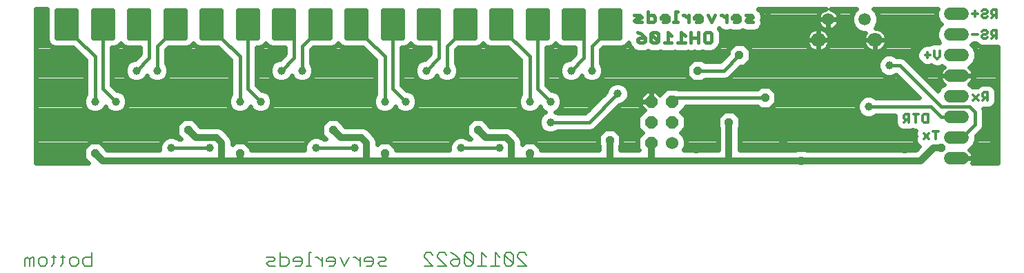
<source format=gbl>
G75*
G70*
%OFA0B0*%
%FSLAX24Y24*%
%IPPOS*%
%LPD*%
%AMOC8*
5,1,8,0,0,1.08239X$1,22.5*
%
%ADD10C,0.0170*%
%ADD11C,0.0120*%
%ADD12C,0.0060*%
%ADD13C,0.0236*%
%ADD14C,0.0709*%
%ADD15C,0.0594*%
%ADD16C,0.0600*%
%ADD17OC8,0.0600*%
%ADD18C,0.0600*%
%ADD19C,0.0396*%
%ADD20C,0.0160*%
%ADD21C,0.0240*%
%ADD22OC8,0.0396*%
%ADD23C,0.0320*%
D10*
X032381Y012269D02*
X032381Y012357D01*
X032469Y012446D01*
X032734Y012446D01*
X032734Y012269D01*
X032646Y012181D01*
X032469Y012181D01*
X032381Y012269D01*
X032734Y012446D02*
X032557Y012623D01*
X032381Y012711D01*
X033025Y012623D02*
X033379Y012269D01*
X033290Y012181D01*
X033114Y012181D01*
X033025Y012269D01*
X033025Y012623D01*
X033114Y012711D01*
X033290Y012711D01*
X033379Y012623D01*
X033379Y012269D01*
X033670Y012181D02*
X034023Y012181D01*
X033846Y012181D02*
X033846Y012711D01*
X034023Y012534D01*
X034491Y012711D02*
X034491Y012181D01*
X034668Y012181D02*
X034314Y012181D01*
X034668Y012534D02*
X034491Y012711D01*
X034959Y012711D02*
X034959Y012181D01*
X034959Y012446D02*
X035312Y012446D01*
X035312Y012181D02*
X035312Y012711D01*
X035603Y012623D02*
X035692Y012711D01*
X035868Y012711D01*
X035957Y012623D01*
X035957Y012269D01*
X035868Y012181D01*
X035692Y012181D01*
X035603Y012269D01*
X035603Y012623D01*
X035398Y013181D02*
X035221Y013181D01*
X035398Y013181D02*
X035486Y013269D01*
X035486Y013446D01*
X035398Y013534D01*
X035221Y013534D01*
X035133Y013446D01*
X035133Y013357D01*
X035486Y013357D01*
X035777Y013534D02*
X035954Y013181D01*
X036131Y013534D01*
X036403Y013534D02*
X036491Y013534D01*
X036668Y013357D01*
X036668Y013181D02*
X036668Y013534D01*
X036959Y013446D02*
X036959Y013357D01*
X037312Y013357D01*
X037312Y013269D02*
X037312Y013446D01*
X037224Y013534D01*
X037047Y013534D01*
X036959Y013446D01*
X037047Y013181D02*
X037224Y013181D01*
X037312Y013269D01*
X037603Y013269D02*
X037692Y013357D01*
X037868Y013357D01*
X037957Y013446D01*
X037868Y013534D01*
X037603Y013534D01*
X037603Y013269D02*
X037692Y013181D01*
X037957Y013181D01*
X034842Y013181D02*
X034842Y013534D01*
X034842Y013357D02*
X034665Y013534D01*
X034576Y013534D01*
X034305Y013711D02*
X034216Y013711D01*
X034216Y013181D01*
X034128Y013181D02*
X034305Y013181D01*
X033875Y013269D02*
X033875Y013446D01*
X033786Y013534D01*
X033610Y013534D01*
X033521Y013446D01*
X033521Y013357D01*
X033875Y013357D01*
X033875Y013269D02*
X033786Y013181D01*
X033610Y013181D01*
X033230Y013269D02*
X033230Y013446D01*
X033142Y013534D01*
X032877Y013534D01*
X032877Y013711D02*
X032877Y013181D01*
X033142Y013181D01*
X033230Y013269D01*
X032586Y013181D02*
X032321Y013181D01*
X032232Y013269D01*
X032321Y013357D01*
X032497Y013357D01*
X032586Y013446D01*
X032497Y013534D01*
X032232Y013534D01*
D11*
X045245Y008660D02*
X045245Y008533D01*
X045308Y008470D01*
X045499Y008470D01*
X045499Y008343D02*
X045499Y008724D01*
X045308Y008724D01*
X045245Y008660D01*
X045372Y008470D02*
X045245Y008343D01*
X045832Y008343D02*
X045832Y008724D01*
X045959Y008724D02*
X045705Y008724D01*
X046166Y008660D02*
X046166Y008407D01*
X046229Y008343D01*
X046419Y008343D01*
X046419Y008724D01*
X046229Y008724D01*
X046166Y008660D01*
X046205Y007784D02*
X046459Y007531D01*
X046459Y007784D02*
X046205Y007531D01*
X046793Y007531D02*
X046793Y007911D01*
X046919Y007911D02*
X046666Y007911D01*
X048580Y009406D02*
X048834Y009659D01*
X049041Y009596D02*
X049104Y009532D01*
X049294Y009532D01*
X049294Y009406D02*
X049294Y009786D01*
X049104Y009786D01*
X049041Y009723D01*
X049041Y009596D01*
X049168Y009532D02*
X049041Y009406D01*
X048834Y009406D02*
X048580Y009659D01*
X046855Y011406D02*
X046728Y011532D01*
X046728Y011786D01*
X046982Y011786D02*
X046982Y011532D01*
X046855Y011406D01*
X046521Y011596D02*
X046268Y011596D01*
X046395Y011723D02*
X046395Y011469D01*
X048558Y012596D02*
X048811Y012596D01*
X049018Y012532D02*
X049018Y012469D01*
X049081Y012406D01*
X049208Y012406D01*
X049271Y012469D01*
X049208Y012596D02*
X049081Y012596D01*
X049018Y012532D01*
X049018Y012723D02*
X049081Y012786D01*
X049208Y012786D01*
X049271Y012723D01*
X049271Y012659D01*
X049208Y012596D01*
X049478Y012596D02*
X049542Y012532D01*
X049732Y012532D01*
X049732Y012406D02*
X049732Y012786D01*
X049542Y012786D01*
X049478Y012723D01*
X049478Y012596D01*
X049605Y012532D02*
X049478Y012406D01*
X049478Y013406D02*
X049605Y013532D01*
X049542Y013532D02*
X049732Y013532D01*
X049732Y013406D02*
X049732Y013786D01*
X049542Y013786D01*
X049478Y013723D01*
X049478Y013596D01*
X049542Y013532D01*
X049271Y013469D02*
X049208Y013406D01*
X049081Y013406D01*
X049018Y013469D01*
X049018Y013532D01*
X049081Y013596D01*
X049208Y013596D01*
X049271Y013659D01*
X049271Y013723D01*
X049208Y013786D01*
X049081Y013786D01*
X049018Y013723D01*
X048811Y013596D02*
X048558Y013596D01*
X048684Y013723D02*
X048684Y013469D01*
D12*
X002792Y001696D02*
X002792Y001376D01*
X003005Y001376D02*
X003005Y001696D01*
X002899Y001803D01*
X002792Y001696D01*
X003005Y001696D02*
X003112Y001803D01*
X003219Y001803D01*
X003219Y001376D01*
X003436Y001482D02*
X003436Y001696D01*
X003543Y001803D01*
X003757Y001803D01*
X003863Y001696D01*
X003863Y001482D01*
X003757Y001376D01*
X003543Y001376D01*
X003436Y001482D01*
X004080Y001376D02*
X004186Y001482D01*
X004186Y001909D01*
X004080Y001803D02*
X004293Y001803D01*
X004509Y001803D02*
X004723Y001803D01*
X004616Y001909D02*
X004616Y001482D01*
X004509Y001376D01*
X004940Y001482D02*
X004940Y001696D01*
X005047Y001803D01*
X005261Y001803D01*
X005367Y001696D01*
X005367Y001482D01*
X005261Y001376D01*
X005047Y001376D01*
X004940Y001482D01*
X005585Y001482D02*
X005692Y001376D01*
X006012Y001376D01*
X006012Y002016D01*
X006012Y001803D02*
X005692Y001803D01*
X005585Y001696D01*
X005585Y001482D01*
X014464Y001482D02*
X014571Y001376D01*
X014891Y001376D01*
X015108Y001376D02*
X015429Y001376D01*
X015535Y001482D01*
X015535Y001696D01*
X015429Y001803D01*
X015108Y001803D01*
X015108Y002016D02*
X015108Y001376D01*
X014571Y001589D02*
X014464Y001482D01*
X014571Y001589D02*
X014784Y001589D01*
X014891Y001696D01*
X014784Y001803D01*
X014464Y001803D01*
X015753Y001696D02*
X015753Y001589D01*
X016180Y001589D01*
X016180Y001482D02*
X016180Y001696D01*
X016073Y001803D01*
X015860Y001803D01*
X015753Y001696D01*
X016073Y001376D02*
X016180Y001482D01*
X016073Y001376D02*
X015860Y001376D01*
X016396Y001376D02*
X016610Y001376D01*
X016503Y001376D02*
X016503Y002016D01*
X016610Y002016D01*
X016826Y001803D02*
X016933Y001803D01*
X017147Y001589D01*
X017147Y001376D02*
X017147Y001803D01*
X017364Y001696D02*
X017364Y001589D01*
X017791Y001589D01*
X017791Y001482D02*
X017791Y001696D01*
X017684Y001803D01*
X017471Y001803D01*
X017364Y001696D01*
X017684Y001376D02*
X017791Y001482D01*
X017684Y001376D02*
X017471Y001376D01*
X018009Y001803D02*
X018222Y001376D01*
X018436Y001803D01*
X018653Y001803D02*
X018759Y001803D01*
X018973Y001589D01*
X018973Y001376D02*
X018973Y001803D01*
X019190Y001696D02*
X019190Y001589D01*
X019617Y001589D01*
X019617Y001482D02*
X019617Y001696D01*
X019511Y001803D01*
X019297Y001803D01*
X019190Y001696D01*
X019511Y001376D02*
X019617Y001482D01*
X019511Y001376D02*
X019297Y001376D01*
X019835Y001482D02*
X019942Y001589D01*
X020155Y001589D01*
X020262Y001696D01*
X020155Y001803D01*
X019835Y001803D01*
X019835Y001482D02*
X019942Y001376D01*
X020262Y001376D01*
X022073Y001376D02*
X022500Y001376D01*
X022073Y001803D01*
X022073Y001909D01*
X022180Y002016D01*
X022393Y002016D01*
X022500Y001909D01*
X022718Y001909D02*
X022824Y002016D01*
X023038Y002016D01*
X023145Y001909D01*
X023362Y002016D02*
X023576Y001909D01*
X023789Y001696D01*
X023469Y001696D01*
X023362Y001589D01*
X023362Y001482D01*
X023469Y001376D01*
X023682Y001376D01*
X023789Y001482D01*
X023789Y001696D01*
X024007Y001909D02*
X024007Y001482D01*
X024113Y001376D01*
X024327Y001376D01*
X024434Y001482D01*
X024007Y001909D01*
X024113Y002016D01*
X024327Y002016D01*
X024434Y001909D01*
X024434Y001482D01*
X024651Y001376D02*
X025078Y001376D01*
X024865Y001376D02*
X024865Y002016D01*
X025078Y001803D01*
X025509Y002016D02*
X025509Y001376D01*
X025296Y001376D02*
X025723Y001376D01*
X025940Y001482D02*
X026047Y001376D01*
X026261Y001376D01*
X026367Y001482D01*
X025940Y001909D01*
X025940Y001482D01*
X026367Y001482D02*
X026367Y001909D01*
X026261Y002016D01*
X026047Y002016D01*
X025940Y001909D01*
X025723Y001803D02*
X025509Y002016D01*
X026585Y001909D02*
X026692Y002016D01*
X026905Y002016D01*
X027012Y001909D01*
X026585Y001909D02*
X026585Y001803D01*
X027012Y001376D01*
X026585Y001376D01*
X023145Y001376D02*
X022718Y001803D01*
X022718Y001909D01*
X022718Y001376D02*
X023145Y001376D01*
D13*
X021820Y012427D02*
X021820Y013765D01*
X022764Y013765D01*
X022764Y012427D01*
X021820Y012427D01*
X021820Y012662D02*
X022764Y012662D01*
X022764Y012897D02*
X021820Y012897D01*
X021820Y013132D02*
X022764Y013132D01*
X022764Y013367D02*
X021820Y013367D01*
X021820Y013602D02*
X022764Y013602D01*
X023570Y013765D02*
X023570Y012427D01*
X023570Y013765D02*
X024514Y013765D01*
X024514Y012427D01*
X023570Y012427D01*
X023570Y012662D02*
X024514Y012662D01*
X024514Y012897D02*
X023570Y012897D01*
X023570Y013132D02*
X024514Y013132D01*
X024514Y013367D02*
X023570Y013367D01*
X023570Y013602D02*
X024514Y013602D01*
X025320Y013765D02*
X025320Y012427D01*
X025320Y013765D02*
X026264Y013765D01*
X026264Y012427D01*
X025320Y012427D01*
X025320Y012662D02*
X026264Y012662D01*
X026264Y012897D02*
X025320Y012897D01*
X025320Y013132D02*
X026264Y013132D01*
X026264Y013367D02*
X025320Y013367D01*
X025320Y013602D02*
X026264Y013602D01*
X027070Y013765D02*
X027070Y012427D01*
X027070Y013765D02*
X028014Y013765D01*
X028014Y012427D01*
X027070Y012427D01*
X027070Y012662D02*
X028014Y012662D01*
X028014Y012897D02*
X027070Y012897D01*
X027070Y013132D02*
X028014Y013132D01*
X028014Y013367D02*
X027070Y013367D01*
X027070Y013602D02*
X028014Y013602D01*
X028820Y013765D02*
X028820Y012427D01*
X028820Y013765D02*
X029764Y013765D01*
X029764Y012427D01*
X028820Y012427D01*
X028820Y012662D02*
X029764Y012662D01*
X029764Y012897D02*
X028820Y012897D01*
X028820Y013132D02*
X029764Y013132D01*
X029764Y013367D02*
X028820Y013367D01*
X028820Y013602D02*
X029764Y013602D01*
X030570Y013765D02*
X030570Y012427D01*
X030570Y013765D02*
X031514Y013765D01*
X031514Y012427D01*
X030570Y012427D01*
X030570Y012662D02*
X031514Y012662D01*
X031514Y012897D02*
X030570Y012897D01*
X030570Y013132D02*
X031514Y013132D01*
X031514Y013367D02*
X030570Y013367D01*
X030570Y013602D02*
X031514Y013602D01*
X020070Y013765D02*
X020070Y012427D01*
X020070Y013765D02*
X021014Y013765D01*
X021014Y012427D01*
X020070Y012427D01*
X020070Y012662D02*
X021014Y012662D01*
X021014Y012897D02*
X020070Y012897D01*
X020070Y013132D02*
X021014Y013132D01*
X021014Y013367D02*
X020070Y013367D01*
X020070Y013602D02*
X021014Y013602D01*
X018320Y013765D02*
X018320Y012427D01*
X018320Y013765D02*
X019264Y013765D01*
X019264Y012427D01*
X018320Y012427D01*
X018320Y012662D02*
X019264Y012662D01*
X019264Y012897D02*
X018320Y012897D01*
X018320Y013132D02*
X019264Y013132D01*
X019264Y013367D02*
X018320Y013367D01*
X018320Y013602D02*
X019264Y013602D01*
X016570Y013765D02*
X016570Y012427D01*
X016570Y013765D02*
X017514Y013765D01*
X017514Y012427D01*
X016570Y012427D01*
X016570Y012662D02*
X017514Y012662D01*
X017514Y012897D02*
X016570Y012897D01*
X016570Y013132D02*
X017514Y013132D01*
X017514Y013367D02*
X016570Y013367D01*
X016570Y013602D02*
X017514Y013602D01*
X014820Y013765D02*
X014820Y012427D01*
X014820Y013765D02*
X015764Y013765D01*
X015764Y012427D01*
X014820Y012427D01*
X014820Y012662D02*
X015764Y012662D01*
X015764Y012897D02*
X014820Y012897D01*
X014820Y013132D02*
X015764Y013132D01*
X015764Y013367D02*
X014820Y013367D01*
X014820Y013602D02*
X015764Y013602D01*
X013070Y013765D02*
X013070Y012427D01*
X013070Y013765D02*
X014014Y013765D01*
X014014Y012427D01*
X013070Y012427D01*
X013070Y012662D02*
X014014Y012662D01*
X014014Y012897D02*
X013070Y012897D01*
X013070Y013132D02*
X014014Y013132D01*
X014014Y013367D02*
X013070Y013367D01*
X013070Y013602D02*
X014014Y013602D01*
X011320Y013765D02*
X011320Y012427D01*
X011320Y013765D02*
X012264Y013765D01*
X012264Y012427D01*
X011320Y012427D01*
X011320Y012662D02*
X012264Y012662D01*
X012264Y012897D02*
X011320Y012897D01*
X011320Y013132D02*
X012264Y013132D01*
X012264Y013367D02*
X011320Y013367D01*
X011320Y013602D02*
X012264Y013602D01*
X009570Y013765D02*
X009570Y012427D01*
X009570Y013765D02*
X010514Y013765D01*
X010514Y012427D01*
X009570Y012427D01*
X009570Y012662D02*
X010514Y012662D01*
X010514Y012897D02*
X009570Y012897D01*
X009570Y013132D02*
X010514Y013132D01*
X010514Y013367D02*
X009570Y013367D01*
X009570Y013602D02*
X010514Y013602D01*
X007820Y013765D02*
X007820Y012427D01*
X007820Y013765D02*
X008764Y013765D01*
X008764Y012427D01*
X007820Y012427D01*
X007820Y012662D02*
X008764Y012662D01*
X008764Y012897D02*
X007820Y012897D01*
X007820Y013132D02*
X008764Y013132D01*
X008764Y013367D02*
X007820Y013367D01*
X007820Y013602D02*
X008764Y013602D01*
X006070Y013765D02*
X006070Y012427D01*
X006070Y013765D02*
X007014Y013765D01*
X007014Y012427D01*
X006070Y012427D01*
X006070Y012662D02*
X007014Y012662D01*
X007014Y012897D02*
X006070Y012897D01*
X006070Y013132D02*
X007014Y013132D01*
X007014Y013367D02*
X006070Y013367D01*
X006070Y013602D02*
X007014Y013602D01*
X004320Y013765D02*
X004320Y012427D01*
X004320Y013765D02*
X005264Y013765D01*
X005264Y012427D01*
X004320Y012427D01*
X004320Y012662D02*
X005264Y012662D01*
X005264Y012897D02*
X004320Y012897D01*
X004320Y013132D02*
X005264Y013132D01*
X005264Y013367D02*
X004320Y013367D01*
X004320Y013602D02*
X005264Y013602D01*
D14*
X041101Y012338D03*
X043857Y012338D03*
D15*
X043365Y013322D03*
X041593Y013322D03*
D16*
X034042Y007346D03*
D17*
X033042Y007346D03*
X033042Y008346D03*
X034042Y008346D03*
X034042Y009346D03*
X033042Y009346D03*
D18*
X047492Y009596D02*
X048092Y009596D01*
X048092Y010596D02*
X047492Y010596D01*
X047492Y011596D02*
X048092Y011596D01*
X048092Y012596D02*
X047492Y012596D01*
X047492Y013596D02*
X048092Y013596D01*
X048092Y008596D02*
X047492Y008596D01*
X047492Y007596D02*
X048092Y007596D01*
X048092Y006596D02*
X047492Y006596D01*
D19*
X043542Y009096D03*
X044542Y011096D03*
X031417Y009721D03*
X030167Y010846D03*
X029167Y010846D03*
X028167Y009346D03*
X027167Y009346D03*
X028167Y008346D03*
X025729Y007096D03*
X023854Y007096D03*
X018729Y007096D03*
X016854Y007096D03*
X011729Y007096D03*
X009854Y007096D03*
X007167Y009346D03*
X006167Y009346D03*
X008167Y010846D03*
X009167Y010846D03*
X013167Y009346D03*
X014167Y009346D03*
X015167Y010846D03*
X016167Y010846D03*
X020167Y009346D03*
X021167Y009346D03*
X022167Y010846D03*
X023167Y010846D03*
D20*
X023167Y012033D01*
X023667Y012533D01*
X023667Y012721D01*
X024042Y013096D01*
X022792Y013096D02*
X022292Y013096D01*
X022792Y013096D02*
X022792Y011471D01*
X022167Y010846D01*
X021167Y009346D02*
X020542Y009971D01*
X020542Y013096D01*
X019292Y012408D02*
X018792Y013096D01*
X019292Y012408D02*
X020167Y011533D01*
X020167Y009346D01*
X016167Y010846D02*
X016167Y012033D01*
X016667Y012533D01*
X016667Y012721D01*
X017042Y013096D01*
X015792Y013096D02*
X015292Y013096D01*
X015792Y013096D02*
X015792Y011471D01*
X015167Y010846D01*
X014167Y009346D02*
X013542Y009971D01*
X013542Y013096D01*
X012229Y012471D02*
X011792Y013096D01*
X012229Y012471D02*
X013167Y011533D01*
X013167Y009346D01*
X009167Y010846D02*
X009167Y012033D01*
X009542Y012408D01*
X009542Y012596D01*
X010042Y013096D01*
X008792Y012846D02*
X008542Y013096D01*
X008292Y013096D01*
X008167Y013096D01*
X008792Y012846D02*
X008792Y011471D01*
X008167Y010846D01*
X007167Y009346D02*
X006542Y009971D01*
X006542Y013096D01*
X005292Y012596D02*
X004792Y013096D01*
X005292Y012596D02*
X005292Y012408D01*
X006167Y011533D01*
X006167Y009346D01*
X009854Y007096D02*
X011729Y007096D01*
X016854Y007096D02*
X018729Y007096D01*
X023854Y007096D02*
X025729Y007096D01*
X028167Y008346D02*
X030042Y008346D01*
X031417Y009721D01*
X034042Y009346D02*
X034229Y009533D01*
X038542Y009533D01*
X036542Y010846D02*
X037292Y011596D01*
X036542Y010846D02*
X035292Y010846D01*
X030667Y012533D02*
X030667Y012721D01*
X031042Y013096D01*
X030667Y012533D02*
X030167Y012033D01*
X030167Y010846D01*
X029792Y011471D02*
X029167Y010846D01*
X029792Y011471D02*
X029792Y012846D01*
X029542Y013096D01*
X029292Y013096D01*
X027542Y013096D02*
X027542Y009971D01*
X028167Y009346D01*
X027167Y009346D02*
X027167Y011533D01*
X025792Y012908D01*
X025792Y013096D01*
X043542Y009096D02*
X046542Y009096D01*
X047042Y008596D01*
X047792Y008596D01*
X048417Y009096D02*
X047042Y009096D01*
X045042Y011096D01*
X044542Y011096D01*
X048417Y009096D02*
X048667Y008846D01*
X048667Y008221D01*
X048042Y007596D01*
X047792Y007596D01*
D21*
X048466Y007036D02*
X048651Y007222D01*
X048752Y007464D01*
X048752Y007683D01*
X049040Y007971D01*
X049107Y008133D01*
X049107Y008308D01*
X049107Y008933D01*
X049085Y008986D01*
X049124Y008986D01*
X049168Y009004D01*
X049211Y008986D01*
X049378Y008986D01*
X049532Y009050D01*
X049650Y009168D01*
X049714Y009322D01*
X049714Y009449D01*
X049714Y009616D01*
X049714Y009702D01*
X049714Y009870D01*
X049650Y010024D01*
X049532Y010142D01*
X049378Y010206D01*
X049188Y010206D01*
X049021Y010206D01*
X048866Y010142D01*
X048803Y010079D01*
X048750Y010079D01*
X048707Y010061D01*
X048664Y010079D01*
X048542Y010079D01*
X048466Y010155D01*
X048405Y010180D01*
X048431Y010199D01*
X048488Y010257D01*
X048537Y010323D01*
X048574Y010396D01*
X048599Y010474D01*
X048612Y010555D01*
X048612Y010595D01*
X047792Y010595D01*
X047792Y010596D01*
X048612Y010596D01*
X048612Y010637D01*
X048599Y010717D01*
X048574Y010795D01*
X048537Y010868D01*
X048488Y010934D01*
X048431Y010992D01*
X048405Y011011D01*
X048466Y011036D01*
X048651Y011222D01*
X048752Y011464D01*
X048752Y011727D01*
X048651Y011969D01*
X048525Y012096D01*
X048605Y012176D01*
X048717Y012176D01*
X048725Y012168D01*
X048843Y012050D01*
X048998Y011986D01*
X049124Y011986D01*
X049292Y011986D01*
X049343Y012007D01*
X049395Y011986D01*
X049562Y011986D01*
X049605Y012004D01*
X049648Y011986D01*
X049772Y011986D01*
X049772Y006366D01*
X048558Y006366D01*
X048574Y006396D01*
X048599Y006474D01*
X048612Y006555D01*
X048612Y006595D01*
X047792Y006595D01*
X047792Y006596D01*
X048612Y006596D01*
X048612Y006637D01*
X048599Y006717D01*
X048574Y006795D01*
X048537Y006868D01*
X048488Y006934D01*
X048431Y006992D01*
X048405Y007011D01*
X048466Y007036D01*
X048468Y007038D02*
X049772Y007038D01*
X049772Y006800D02*
X048571Y006800D01*
X048612Y006561D02*
X049772Y006561D01*
X049772Y007277D02*
X048674Y007277D01*
X048752Y007515D02*
X049772Y007515D01*
X049772Y007754D02*
X048822Y007754D01*
X049049Y007993D02*
X049772Y007993D01*
X049772Y008231D02*
X049107Y008231D01*
X049107Y008470D02*
X049772Y008470D01*
X049772Y008708D02*
X049107Y008708D01*
X049101Y008947D02*
X049772Y008947D01*
X049772Y009185D02*
X049658Y009185D01*
X049714Y009424D02*
X049772Y009424D01*
X049772Y009662D02*
X049714Y009662D01*
X049701Y009901D02*
X049772Y009901D01*
X049772Y010139D02*
X049535Y010139D01*
X049772Y010378D02*
X048564Y010378D01*
X048612Y010617D02*
X049772Y010617D01*
X049772Y010855D02*
X048543Y010855D01*
X048523Y011094D02*
X049772Y011094D01*
X049772Y011332D02*
X048697Y011332D01*
X048752Y011571D02*
X049772Y011571D01*
X049772Y011809D02*
X048718Y011809D01*
X048848Y012048D02*
X048573Y012048D01*
X046948Y012206D02*
X046898Y012206D01*
X046855Y012188D01*
X046812Y012206D01*
X046645Y012206D01*
X046490Y012142D01*
X046487Y012139D01*
X046478Y012143D01*
X046311Y012143D01*
X046157Y012079D01*
X046039Y011960D01*
X046036Y011954D01*
X046030Y011952D01*
X045912Y011834D01*
X045848Y011679D01*
X045848Y011512D01*
X045912Y011358D01*
X046030Y011240D01*
X046036Y011237D01*
X046039Y011231D01*
X046157Y011113D01*
X046311Y011049D01*
X046478Y011049D01*
X046577Y011090D01*
X046617Y011050D01*
X046771Y010986D01*
X046939Y010986D01*
X047093Y011050D01*
X047099Y011055D01*
X047118Y011036D01*
X047179Y011011D01*
X047153Y010992D01*
X047095Y010934D01*
X047047Y010868D01*
X047010Y010795D01*
X046985Y010717D01*
X046972Y010637D01*
X046972Y010596D01*
X047791Y010596D01*
X047791Y010595D01*
X046972Y010595D01*
X046972Y010555D01*
X046985Y010474D01*
X047010Y010396D01*
X047047Y010323D01*
X047095Y010257D01*
X047153Y010199D01*
X047179Y010180D01*
X047118Y010155D01*
X046932Y009969D01*
X046891Y009869D01*
X045291Y011469D01*
X045129Y011536D01*
X044954Y011536D01*
X044891Y011536D01*
X044858Y011569D01*
X044653Y011654D01*
X044431Y011654D01*
X044226Y011569D01*
X044069Y011412D01*
X043984Y011207D01*
X043984Y010985D01*
X044069Y010780D01*
X044226Y010623D01*
X044431Y010538D01*
X044653Y010538D01*
X044858Y010623D01*
X044875Y010640D01*
X045980Y009536D01*
X043891Y009536D01*
X043858Y009569D01*
X043653Y009654D01*
X043431Y009654D01*
X043226Y009569D01*
X043069Y009412D01*
X042984Y009207D01*
X042984Y008985D01*
X043069Y008780D01*
X043226Y008623D01*
X043431Y008538D01*
X043653Y008538D01*
X043858Y008623D01*
X043891Y008656D01*
X044825Y008656D01*
X044825Y008617D01*
X044825Y008450D01*
X044830Y008438D01*
X044825Y008427D01*
X044825Y008260D01*
X044889Y008105D01*
X045007Y007987D01*
X045161Y007923D01*
X045329Y007923D01*
X045372Y007941D01*
X045415Y007923D01*
X045582Y007923D01*
X045665Y007958D01*
X045749Y007923D01*
X045808Y007923D01*
X045785Y007868D01*
X045785Y007701D01*
X045803Y007657D01*
X045785Y007614D01*
X045785Y007447D01*
X045849Y007293D01*
X045968Y007175D01*
X045998Y007162D01*
X045826Y006991D01*
X040561Y006991D01*
X040523Y007029D01*
X040061Y007029D01*
X040022Y006991D01*
X037312Y006991D01*
X037312Y008076D01*
X037350Y008115D01*
X037350Y008577D01*
X037023Y008904D01*
X036561Y008904D01*
X036234Y008577D01*
X036234Y008115D01*
X036272Y008076D01*
X036272Y006991D01*
X034609Y006991D01*
X034702Y007214D01*
X034702Y007477D01*
X034601Y007719D01*
X034475Y007846D01*
X034702Y008072D01*
X034702Y008619D01*
X034475Y008846D01*
X034702Y009072D01*
X034702Y009093D01*
X038193Y009093D01*
X038311Y008975D01*
X038773Y008975D01*
X039100Y009302D01*
X039100Y009764D01*
X038773Y010091D01*
X038311Y010091D01*
X038193Y009973D01*
X034348Y009973D01*
X034315Y010006D01*
X033768Y010006D01*
X033443Y009680D01*
X033257Y009866D01*
X033042Y009866D01*
X033042Y009346D01*
X033042Y009346D01*
X033042Y009866D01*
X032826Y009866D01*
X032522Y009561D01*
X032522Y009346D01*
X033041Y009346D01*
X033041Y009345D01*
X032522Y009345D01*
X032522Y009130D01*
X032707Y008945D01*
X032382Y008619D01*
X032382Y008072D01*
X032608Y007846D01*
X032382Y007619D01*
X032382Y007072D01*
X032464Y006991D01*
X031562Y006991D01*
X031562Y007201D01*
X031600Y007240D01*
X031600Y007702D01*
X031273Y008029D01*
X030811Y008029D01*
X030484Y007702D01*
X030484Y007240D01*
X030522Y007201D01*
X030522Y006991D01*
X027725Y006991D01*
X027725Y007077D01*
X027398Y007404D01*
X026936Y007404D01*
X026812Y007280D01*
X026812Y007449D01*
X026733Y007640D01*
X026586Y007786D01*
X026336Y008036D01*
X026145Y008116D01*
X025938Y008116D01*
X025257Y008116D01*
X025225Y008148D01*
X025225Y008202D01*
X024898Y008529D01*
X024436Y008529D01*
X024109Y008202D01*
X024109Y007739D01*
X024313Y007536D01*
X024204Y007536D01*
X024170Y007569D01*
X023965Y007654D01*
X023743Y007654D01*
X023538Y007569D01*
X023381Y007412D01*
X023296Y007207D01*
X023296Y006991D01*
X020725Y006991D01*
X020725Y007077D01*
X020398Y007404D01*
X019936Y007404D01*
X019812Y007280D01*
X019812Y007449D01*
X019733Y007640D01*
X019586Y007786D01*
X019336Y008036D01*
X019145Y008116D01*
X018938Y008116D01*
X018257Y008116D01*
X018225Y008148D01*
X018225Y008202D01*
X017898Y008529D01*
X017436Y008529D01*
X017109Y008202D01*
X017109Y007739D01*
X017313Y007536D01*
X017204Y007536D01*
X017170Y007569D01*
X016965Y007654D01*
X016743Y007654D01*
X016538Y007569D01*
X016381Y007412D01*
X016296Y007207D01*
X016296Y006991D01*
X013725Y006991D01*
X013725Y007077D01*
X013398Y007404D01*
X012936Y007404D01*
X012812Y007280D01*
X012812Y007449D01*
X012733Y007640D01*
X012586Y007786D01*
X012336Y008036D01*
X012145Y008116D01*
X011938Y008116D01*
X011257Y008116D01*
X011225Y008148D01*
X011225Y008202D01*
X010898Y008529D01*
X010436Y008529D01*
X010109Y008202D01*
X010109Y007739D01*
X010313Y007536D01*
X010204Y007536D01*
X010170Y007569D01*
X009965Y007654D01*
X009743Y007654D01*
X009538Y007569D01*
X009381Y007412D01*
X009296Y007207D01*
X009296Y006991D01*
X006757Y006991D01*
X006725Y007023D01*
X006725Y007077D01*
X006398Y007404D01*
X005936Y007404D01*
X005609Y007077D01*
X005609Y006614D01*
X005858Y006366D01*
X003312Y006366D01*
X003312Y013826D01*
X003841Y013826D01*
X003841Y012331D01*
X003914Y012156D01*
X004049Y012021D01*
X004224Y011948D01*
X005129Y011948D01*
X005727Y011351D01*
X005727Y009695D01*
X005694Y009662D01*
X003312Y009662D01*
X003312Y009424D02*
X005609Y009424D01*
X005609Y009457D02*
X005609Y009235D01*
X005694Y009030D01*
X005851Y008873D01*
X006056Y008788D01*
X006278Y008788D01*
X006483Y008873D01*
X006640Y009030D01*
X006667Y009094D01*
X006694Y009030D01*
X006851Y008873D01*
X007056Y008788D01*
X007278Y008788D01*
X007483Y008873D01*
X007640Y009030D01*
X007725Y009235D01*
X007725Y009457D01*
X007640Y009662D01*
X007483Y009819D01*
X007278Y009904D01*
X007231Y009904D01*
X006982Y010153D01*
X006982Y011948D01*
X007109Y011948D01*
X007285Y012021D01*
X007417Y012153D01*
X007549Y012021D01*
X007724Y011948D01*
X008352Y011948D01*
X008352Y011653D01*
X008103Y011404D01*
X008056Y011404D01*
X007851Y011319D01*
X007694Y011162D01*
X007609Y010957D01*
X007609Y010735D01*
X007694Y010530D01*
X007851Y010373D01*
X008056Y010288D01*
X008278Y010288D01*
X008483Y010373D01*
X008640Y010530D01*
X008667Y010594D01*
X008694Y010530D01*
X008851Y010373D01*
X009056Y010288D01*
X009278Y010288D01*
X009483Y010373D01*
X009640Y010530D01*
X009725Y010735D01*
X009725Y010957D01*
X009640Y011162D01*
X009607Y011195D01*
X009607Y011851D01*
X009704Y011948D01*
X010609Y011948D01*
X010785Y012021D01*
X010917Y012153D01*
X011049Y012021D01*
X011224Y011948D01*
X012129Y011948D01*
X012727Y011351D01*
X012727Y009695D01*
X012694Y009662D01*
X007639Y009662D01*
X007725Y009424D02*
X012609Y009424D01*
X012609Y009457D02*
X012609Y009235D01*
X012694Y009030D01*
X012851Y008873D01*
X013056Y008788D01*
X013278Y008788D01*
X013483Y008873D01*
X013640Y009030D01*
X013667Y009094D01*
X013694Y009030D01*
X013851Y008873D01*
X014056Y008788D01*
X014278Y008788D01*
X014483Y008873D01*
X014640Y009030D01*
X014725Y009235D01*
X014725Y009457D01*
X014640Y009662D01*
X014483Y009819D01*
X014278Y009904D01*
X014231Y009904D01*
X013982Y010153D01*
X013982Y011948D01*
X014109Y011948D01*
X014285Y012021D01*
X014417Y012153D01*
X014549Y012021D01*
X014724Y011948D01*
X015352Y011948D01*
X015352Y011653D01*
X015103Y011404D01*
X015056Y011404D01*
X014851Y011319D01*
X014694Y011162D01*
X014609Y010957D01*
X014609Y010735D01*
X014694Y010530D01*
X014851Y010373D01*
X015056Y010288D01*
X015278Y010288D01*
X015483Y010373D01*
X015640Y010530D01*
X015667Y010594D01*
X015694Y010530D01*
X015851Y010373D01*
X016056Y010288D01*
X016278Y010288D01*
X016483Y010373D01*
X016640Y010530D01*
X016725Y010735D01*
X016725Y010957D01*
X016640Y011162D01*
X016607Y011195D01*
X016607Y011851D01*
X016704Y011948D01*
X017609Y011948D01*
X017785Y012021D01*
X017917Y012153D01*
X018049Y012021D01*
X018224Y011948D01*
X019129Y011948D01*
X019727Y011351D01*
X019727Y009695D01*
X019694Y009662D01*
X014639Y009662D01*
X014725Y009424D02*
X019609Y009424D01*
X019609Y009457D02*
X019609Y009235D01*
X019694Y009030D01*
X019851Y008873D01*
X020056Y008788D01*
X020278Y008788D01*
X020483Y008873D01*
X020640Y009030D01*
X020667Y009094D01*
X020694Y009030D01*
X020851Y008873D01*
X021056Y008788D01*
X021278Y008788D01*
X021483Y008873D01*
X021640Y009030D01*
X021725Y009235D01*
X021725Y009457D01*
X021640Y009662D01*
X021483Y009819D01*
X021278Y009904D01*
X021231Y009904D01*
X020982Y010153D01*
X020982Y011948D01*
X021109Y011948D01*
X021285Y012021D01*
X021417Y012153D01*
X021549Y012021D01*
X021724Y011948D01*
X022352Y011948D01*
X022352Y011653D01*
X022103Y011404D01*
X022056Y011404D01*
X021851Y011319D01*
X021694Y011162D01*
X021609Y010957D01*
X021609Y010735D01*
X021694Y010530D01*
X021851Y010373D01*
X022056Y010288D01*
X022278Y010288D01*
X022483Y010373D01*
X022640Y010530D01*
X022667Y010594D01*
X022694Y010530D01*
X022851Y010373D01*
X023056Y010288D01*
X023278Y010288D01*
X023483Y010373D01*
X023640Y010530D01*
X023725Y010735D01*
X023725Y010957D01*
X023640Y011162D01*
X023607Y011195D01*
X023607Y011851D01*
X023704Y011948D01*
X024609Y011948D01*
X024785Y012021D01*
X024917Y012153D01*
X025049Y012021D01*
X025224Y011948D01*
X026129Y011948D01*
X026727Y011351D01*
X026727Y009695D01*
X026694Y009662D01*
X021639Y009662D01*
X021725Y009424D02*
X026609Y009424D01*
X026609Y009457D02*
X026609Y009235D01*
X026694Y009030D01*
X026851Y008873D01*
X027056Y008788D01*
X027278Y008788D01*
X027483Y008873D01*
X027640Y009030D01*
X027667Y009094D01*
X027694Y009030D01*
X027851Y008873D01*
X027916Y008846D01*
X027851Y008819D01*
X027694Y008662D01*
X027609Y008457D01*
X027609Y008235D01*
X027694Y008029D01*
X027851Y007872D01*
X028056Y007788D01*
X028278Y007788D01*
X028483Y007872D01*
X028516Y007906D01*
X029954Y007906D01*
X030129Y007906D01*
X030291Y007973D01*
X031481Y009163D01*
X031528Y009163D01*
X031733Y009248D01*
X031890Y009405D01*
X031975Y009610D01*
X031975Y009832D01*
X031890Y010037D01*
X031733Y010194D01*
X031528Y010279D01*
X031306Y010279D01*
X031101Y010194D01*
X030944Y010037D01*
X030859Y009832D01*
X030859Y009785D01*
X029859Y008786D01*
X028516Y008786D01*
X028483Y008819D01*
X028418Y008846D01*
X028483Y008873D01*
X028640Y009030D01*
X028725Y009235D01*
X028725Y009457D01*
X028640Y009662D01*
X028483Y009819D01*
X028278Y009904D01*
X028231Y009904D01*
X027982Y010153D01*
X027982Y011948D01*
X028109Y011948D01*
X028285Y012021D01*
X028417Y012153D01*
X028549Y012021D01*
X028724Y011948D01*
X029352Y011948D01*
X029352Y011653D01*
X029103Y011404D01*
X029056Y011404D01*
X028851Y011319D01*
X028694Y011162D01*
X028609Y010957D01*
X028609Y010735D01*
X028694Y010530D01*
X028851Y010373D01*
X029056Y010288D01*
X029278Y010288D01*
X029483Y010373D01*
X029640Y010530D01*
X029667Y010594D01*
X029694Y010530D01*
X029851Y010373D01*
X030056Y010288D01*
X030278Y010288D01*
X030483Y010373D01*
X030640Y010530D01*
X030725Y010735D01*
X030725Y010957D01*
X030640Y011162D01*
X030607Y011195D01*
X030607Y011851D01*
X030704Y011948D01*
X031609Y011948D01*
X031785Y012021D01*
X031920Y012156D01*
X031936Y012194D01*
X031936Y012181D01*
X031936Y012180D01*
X031973Y012089D01*
X032003Y012017D01*
X032003Y012017D01*
X032109Y011912D01*
X032128Y011892D01*
X032129Y011892D02*
X032217Y011803D01*
X032381Y011736D01*
X032470Y011736D01*
X032734Y011736D01*
X032880Y011796D01*
X033025Y011736D01*
X033113Y011736D01*
X033202Y011736D01*
X033379Y011736D01*
X033480Y011778D01*
X033581Y011736D01*
X034112Y011736D01*
X034169Y011759D01*
X034226Y011736D01*
X034756Y011736D01*
X034813Y011759D01*
X034870Y011736D01*
X035047Y011736D01*
X035135Y011772D01*
X035224Y011736D01*
X035401Y011736D01*
X035502Y011778D01*
X035603Y011736D01*
X035693Y011736D01*
X035957Y011736D01*
X036120Y011803D01*
X036246Y011929D01*
X036334Y012017D01*
X036402Y012181D01*
X036402Y012358D01*
X036402Y012624D01*
X036402Y012711D01*
X036334Y012875D01*
X036332Y012876D01*
X036309Y012900D01*
X036312Y012902D01*
X036314Y012905D01*
X036416Y012803D01*
X036579Y012736D01*
X036756Y012736D01*
X036857Y012778D01*
X036959Y012736D01*
X037135Y012736D01*
X037312Y012736D01*
X037458Y012796D01*
X037603Y012736D01*
X037693Y012736D01*
X038045Y012736D01*
X038209Y012803D01*
X038334Y012929D01*
X038402Y013092D01*
X038402Y013269D01*
X038384Y013313D01*
X038402Y013357D01*
X038402Y013357D01*
X038402Y013357D01*
X038402Y013445D01*
X038402Y013534D01*
X038334Y013698D01*
X038246Y013786D01*
X038226Y013806D01*
X038206Y013826D01*
X041471Y013826D01*
X041395Y013801D01*
X041323Y013764D01*
X041257Y013716D01*
X041199Y013659D01*
X041151Y013593D01*
X041114Y013520D01*
X041089Y013443D01*
X041077Y013363D01*
X041077Y013322D01*
X041077Y013281D01*
X041089Y013201D01*
X041114Y013124D01*
X041151Y013051D01*
X041199Y012985D01*
X041257Y012928D01*
X041323Y012880D01*
X041395Y012843D01*
X041472Y012818D01*
X041553Y012805D01*
X041593Y012805D01*
X041593Y013322D01*
X041077Y013322D01*
X041593Y013322D01*
X041593Y013322D01*
X041594Y013322D01*
X042110Y013322D01*
X042110Y013363D01*
X042098Y013443D01*
X042072Y013520D01*
X042035Y013593D01*
X041988Y013659D01*
X041930Y013716D01*
X041864Y013764D01*
X041792Y013801D01*
X041716Y013826D01*
X042940Y013826D01*
X042808Y013694D01*
X042708Y013453D01*
X042708Y013191D01*
X042808Y012950D01*
X042993Y012765D01*
X043234Y012665D01*
X043385Y012665D01*
X043366Y012639D01*
X043325Y012558D01*
X043297Y012472D01*
X043283Y012383D01*
X043283Y012338D01*
X043857Y012338D01*
X043857Y012338D01*
X043283Y012338D01*
X043283Y012293D01*
X043297Y012203D01*
X043325Y012117D01*
X043366Y012037D01*
X043419Y011964D01*
X043483Y011900D01*
X043556Y011847D01*
X043637Y011806D01*
X043723Y011778D01*
X043812Y011763D01*
X043857Y011763D01*
X043857Y012337D01*
X043857Y012337D01*
X043857Y011763D01*
X043902Y011763D01*
X043992Y011778D01*
X044078Y011806D01*
X044158Y011847D01*
X044231Y011900D01*
X044295Y011964D01*
X044348Y012037D01*
X044389Y012117D01*
X044417Y012203D01*
X044432Y012293D01*
X044432Y012338D01*
X044432Y012383D01*
X044417Y012472D01*
X044389Y012558D01*
X044348Y012639D01*
X044295Y012712D01*
X044231Y012776D01*
X044158Y012829D01*
X044078Y012870D01*
X043992Y012898D01*
X043902Y012912D01*
X043884Y012912D01*
X043922Y012950D01*
X044022Y013191D01*
X044022Y013453D01*
X043922Y013694D01*
X043790Y013826D01*
X046873Y013826D01*
X046832Y013727D01*
X046832Y013464D01*
X046932Y013222D01*
X047058Y013096D01*
X046932Y012969D01*
X046832Y012727D01*
X046832Y012464D01*
X046932Y012222D01*
X046948Y012206D01*
X046906Y012286D02*
X044431Y012286D01*
X044432Y012338D02*
X043858Y012338D01*
X044432Y012338D01*
X044400Y012525D02*
X046832Y012525D01*
X046847Y012763D02*
X044244Y012763D01*
X043943Y013002D02*
X046965Y013002D01*
X046925Y013241D02*
X044022Y013241D01*
X044011Y013479D02*
X046832Y013479D01*
X046832Y013718D02*
X043898Y013718D01*
X042832Y013718D02*
X041928Y013718D01*
X042086Y013479D02*
X042719Y013479D01*
X042708Y013241D02*
X042104Y013241D01*
X042098Y013201D02*
X042110Y013281D01*
X042110Y013322D01*
X041594Y013322D01*
X041594Y013322D01*
X041594Y012805D01*
X041634Y012805D01*
X041714Y012818D01*
X041792Y012843D01*
X041864Y012880D01*
X041930Y012928D01*
X041988Y012985D01*
X042035Y013051D01*
X042072Y013124D01*
X042098Y013201D01*
X042000Y013002D02*
X042787Y013002D01*
X042997Y012763D02*
X041488Y012763D01*
X041475Y012776D02*
X041402Y012829D01*
X041322Y012870D01*
X041236Y012898D01*
X041147Y012912D01*
X041101Y012912D01*
X041056Y012912D01*
X040967Y012898D01*
X040881Y012870D01*
X040800Y012829D01*
X040727Y012776D01*
X040663Y012712D01*
X040610Y012639D01*
X040569Y012558D01*
X040541Y012472D01*
X040527Y012383D01*
X040527Y012338D01*
X041101Y012338D01*
X041101Y012338D01*
X041101Y012912D01*
X041101Y012338D01*
X041101Y012338D01*
X040527Y012338D01*
X040527Y012293D01*
X040541Y012203D01*
X040569Y012117D01*
X040610Y012037D01*
X040663Y011964D01*
X040727Y011900D01*
X040800Y011847D01*
X040881Y011806D01*
X040967Y011778D01*
X041056Y011763D01*
X041101Y011763D01*
X041101Y012337D01*
X041101Y012337D01*
X041101Y011763D01*
X041147Y011763D01*
X041236Y011778D01*
X041322Y011806D01*
X041402Y011847D01*
X041475Y011900D01*
X041539Y011964D01*
X041593Y012037D01*
X041634Y012117D01*
X041661Y012203D01*
X041676Y012293D01*
X041676Y012338D01*
X041676Y012383D01*
X041661Y012472D01*
X041634Y012558D01*
X041593Y012639D01*
X041539Y012712D01*
X041475Y012776D01*
X041593Y013002D02*
X041594Y013002D01*
X041593Y013241D02*
X041594Y013241D01*
X041187Y013002D02*
X038364Y013002D01*
X038402Y013241D02*
X041083Y013241D01*
X041101Y013479D02*
X038402Y013479D01*
X038314Y013718D02*
X041259Y013718D01*
X041101Y012763D02*
X041101Y012763D01*
X041101Y012525D02*
X041101Y012525D01*
X041102Y012338D02*
X041676Y012338D01*
X041102Y012338D01*
X041102Y012338D01*
X041101Y012286D02*
X041101Y012286D01*
X041101Y012048D02*
X041101Y012048D01*
X041101Y011809D02*
X041101Y011809D01*
X040874Y011809D02*
X037850Y011809D01*
X037850Y011827D02*
X037523Y012154D01*
X037061Y012154D01*
X036734Y011827D01*
X036734Y011660D01*
X036360Y011286D01*
X035641Y011286D01*
X035523Y011404D01*
X035061Y011404D01*
X034734Y011077D01*
X034734Y010614D01*
X035061Y010288D01*
X035523Y010288D01*
X035641Y010406D01*
X036454Y010406D01*
X036629Y010406D01*
X036791Y010473D01*
X037356Y011038D01*
X037523Y011038D01*
X037850Y011364D01*
X037850Y011827D01*
X037850Y011571D02*
X044230Y011571D01*
X044085Y011809D02*
X045902Y011809D01*
X045848Y011571D02*
X044853Y011571D01*
X045428Y011332D02*
X045938Y011332D01*
X046204Y011094D02*
X045666Y011094D01*
X045905Y010855D02*
X047040Y010855D01*
X046972Y010617D02*
X046143Y010617D01*
X046382Y010378D02*
X047019Y010378D01*
X047102Y010139D02*
X046620Y010139D01*
X046859Y009901D02*
X046904Y009901D01*
X045853Y009662D02*
X039100Y009662D01*
X039100Y009424D02*
X043081Y009424D01*
X042984Y009185D02*
X038983Y009185D01*
X038963Y009901D02*
X045614Y009901D01*
X045376Y010139D02*
X031787Y010139D01*
X031046Y010139D02*
X027995Y010139D01*
X027982Y010378D02*
X028845Y010378D01*
X028658Y010617D02*
X027982Y010617D01*
X027982Y010855D02*
X028609Y010855D01*
X028665Y011094D02*
X027982Y011094D01*
X027982Y011332D02*
X028883Y011332D01*
X029270Y011571D02*
X027982Y011571D01*
X027982Y011809D02*
X029352Y011809D01*
X028522Y012048D02*
X028312Y012048D01*
X026727Y011332D02*
X023607Y011332D01*
X023607Y011571D02*
X026507Y011571D01*
X026268Y011809D02*
X023607Y011809D01*
X022352Y011809D02*
X020982Y011809D01*
X020982Y011571D02*
X022270Y011571D01*
X021883Y011332D02*
X020982Y011332D01*
X020982Y011094D02*
X021665Y011094D01*
X021609Y010855D02*
X020982Y010855D01*
X020982Y010617D02*
X021658Y010617D01*
X021845Y010378D02*
X020982Y010378D01*
X020995Y010139D02*
X026727Y010139D01*
X026727Y010378D02*
X023488Y010378D01*
X023676Y010617D02*
X026727Y010617D01*
X026727Y010855D02*
X023725Y010855D01*
X023668Y011094D02*
X026727Y011094D01*
X025022Y012048D02*
X024812Y012048D01*
X021522Y012048D02*
X021312Y012048D01*
X019727Y011332D02*
X016607Y011332D01*
X016607Y011571D02*
X019507Y011571D01*
X019269Y011809D02*
X016607Y011809D01*
X015352Y011809D02*
X013982Y011809D01*
X013982Y011571D02*
X015270Y011571D01*
X014883Y011332D02*
X013982Y011332D01*
X013982Y011094D02*
X014665Y011094D01*
X014609Y010855D02*
X013982Y010855D01*
X013982Y010617D02*
X014658Y010617D01*
X014845Y010378D02*
X013982Y010378D01*
X013995Y010139D02*
X019727Y010139D01*
X019727Y010378D02*
X016488Y010378D01*
X016676Y010617D02*
X019727Y010617D01*
X019727Y010855D02*
X016725Y010855D01*
X016668Y011094D02*
X019727Y011094D01*
X018022Y012048D02*
X017812Y012048D01*
X014522Y012048D02*
X014312Y012048D01*
X012727Y011332D02*
X009607Y011332D01*
X009607Y011571D02*
X012507Y011571D01*
X012268Y011809D02*
X009607Y011809D01*
X010812Y012048D02*
X011022Y012048D01*
X009668Y011094D02*
X012727Y011094D01*
X012727Y010855D02*
X009725Y010855D01*
X009676Y010617D02*
X012727Y010617D01*
X012727Y010378D02*
X009488Y010378D01*
X008845Y010378D02*
X008488Y010378D01*
X007845Y010378D02*
X006982Y010378D01*
X006982Y010617D02*
X007658Y010617D01*
X007609Y010855D02*
X006982Y010855D01*
X006982Y011094D02*
X007665Y011094D01*
X007883Y011332D02*
X006982Y011332D01*
X006982Y011571D02*
X008270Y011571D01*
X008352Y011809D02*
X006982Y011809D01*
X007312Y012048D02*
X007522Y012048D01*
X005727Y011332D02*
X003312Y011332D01*
X003312Y011571D02*
X005507Y011571D01*
X005268Y011809D02*
X003312Y011809D01*
X003312Y012048D02*
X004022Y012048D01*
X003860Y012286D02*
X003312Y012286D01*
X003312Y012525D02*
X003841Y012525D01*
X003841Y012763D02*
X003312Y012763D01*
X003312Y013002D02*
X003841Y013002D01*
X003841Y013241D02*
X003312Y013241D01*
X003312Y013479D02*
X003841Y013479D01*
X003841Y013718D02*
X003312Y013718D01*
X003312Y011094D02*
X005727Y011094D01*
X005727Y010855D02*
X003312Y010855D01*
X003312Y010617D02*
X005727Y010617D01*
X005727Y010378D02*
X003312Y010378D01*
X003312Y010139D02*
X005727Y010139D01*
X005727Y009901D02*
X003312Y009901D01*
X003312Y009185D02*
X005629Y009185D01*
X005609Y009457D02*
X005694Y009662D01*
X005776Y008947D02*
X003312Y008947D01*
X003312Y008708D02*
X027740Y008708D01*
X027614Y008470D02*
X024957Y008470D01*
X025196Y008231D02*
X027610Y008231D01*
X027731Y007993D02*
X026380Y007993D01*
X026619Y007754D02*
X030536Y007754D01*
X030311Y007993D02*
X030774Y007993D01*
X030549Y008231D02*
X032382Y008231D01*
X032382Y008470D02*
X030788Y008470D01*
X031027Y008708D02*
X032471Y008708D01*
X032705Y008947D02*
X031265Y008947D01*
X031583Y009185D02*
X032522Y009185D01*
X032522Y009424D02*
X031898Y009424D01*
X031975Y009662D02*
X032623Y009662D01*
X033042Y009662D02*
X033042Y009662D01*
X033042Y009424D02*
X033042Y009424D01*
X033664Y009901D02*
X031946Y009901D01*
X030887Y009901D02*
X028285Y009901D01*
X028639Y009662D02*
X030736Y009662D01*
X030498Y009424D02*
X028725Y009424D01*
X028704Y009185D02*
X030259Y009185D01*
X030021Y008947D02*
X028557Y008947D01*
X027776Y008947D02*
X027557Y008947D01*
X026776Y008947D02*
X021557Y008947D01*
X021704Y009185D02*
X026629Y009185D01*
X026609Y009457D02*
X026694Y009662D01*
X026727Y009901D02*
X021285Y009901D01*
X022488Y010378D02*
X022845Y010378D01*
X019727Y009901D02*
X014285Y009901D01*
X014704Y009185D02*
X019629Y009185D01*
X019609Y009457D02*
X019694Y009662D01*
X019776Y008947D02*
X014557Y008947D01*
X013776Y008947D02*
X013557Y008947D01*
X012776Y008947D02*
X007557Y008947D01*
X007704Y009185D02*
X012629Y009185D01*
X012609Y009457D02*
X012694Y009662D01*
X012727Y009901D02*
X007285Y009901D01*
X006995Y010139D02*
X012727Y010139D01*
X015488Y010378D02*
X015845Y010378D01*
X020557Y008947D02*
X020776Y008947D01*
X019380Y007993D02*
X024109Y007993D01*
X024109Y007754D02*
X019619Y007754D01*
X019784Y007515D02*
X023485Y007515D01*
X023325Y007277D02*
X020525Y007277D01*
X020725Y007038D02*
X023296Y007038D01*
X024138Y008231D02*
X018196Y008231D01*
X017957Y008470D02*
X024377Y008470D01*
X026784Y007515D02*
X030484Y007515D01*
X030484Y007277D02*
X027525Y007277D01*
X027725Y007038D02*
X030522Y007038D01*
X031562Y007038D02*
X032416Y007038D01*
X032382Y007277D02*
X031600Y007277D01*
X031600Y007515D02*
X032382Y007515D01*
X032517Y007754D02*
X031548Y007754D01*
X031309Y007993D02*
X032462Y007993D01*
X034567Y007754D02*
X036272Y007754D01*
X036272Y007993D02*
X034622Y007993D01*
X034702Y008231D02*
X036234Y008231D01*
X036234Y008470D02*
X034702Y008470D01*
X034613Y008708D02*
X036365Y008708D01*
X037219Y008708D02*
X043140Y008708D01*
X042999Y008947D02*
X034576Y008947D01*
X037350Y008470D02*
X044825Y008470D01*
X044837Y008231D02*
X037350Y008231D01*
X037312Y007993D02*
X045002Y007993D01*
X045785Y007754D02*
X037312Y007754D01*
X037312Y007515D02*
X045785Y007515D01*
X045865Y007277D02*
X037312Y007277D01*
X037312Y007038D02*
X045874Y007038D01*
X048481Y010139D02*
X048864Y010139D01*
X045137Y010378D02*
X035613Y010378D01*
X034970Y010378D02*
X030488Y010378D01*
X030676Y010617D02*
X034734Y010617D01*
X034734Y010855D02*
X030725Y010855D01*
X030668Y011094D02*
X034751Y011094D01*
X034989Y011332D02*
X030607Y011332D01*
X030607Y011571D02*
X036645Y011571D01*
X036734Y011809D02*
X036126Y011809D01*
X036347Y012048D02*
X036955Y012048D01*
X036402Y012286D02*
X040528Y012286D01*
X040604Y012048D02*
X037629Y012048D01*
X037818Y011332D02*
X044036Y011332D01*
X043984Y011094D02*
X037579Y011094D01*
X037173Y010855D02*
X044037Y010855D01*
X044240Y010617D02*
X036935Y010617D01*
X036406Y011332D02*
X035595Y011332D01*
X036402Y012525D02*
X040558Y012525D01*
X040715Y012763D02*
X038112Y012763D01*
X037536Y012763D02*
X037379Y012763D01*
X036892Y012763D02*
X036823Y012763D01*
X036512Y012763D02*
X036380Y012763D01*
X036334Y012875D02*
X036334Y012875D01*
X038246Y013786D02*
X038246Y013786D01*
X041644Y012525D02*
X043314Y012525D01*
X043858Y012338D02*
X043858Y012338D01*
X043857Y012286D02*
X043857Y012286D01*
X043857Y012048D02*
X043857Y012048D01*
X043857Y011809D02*
X043857Y011809D01*
X043629Y011809D02*
X041329Y011809D01*
X041598Y012048D02*
X043360Y012048D01*
X043284Y012286D02*
X041675Y012286D01*
X044354Y012048D02*
X046126Y012048D01*
X044899Y010617D02*
X044843Y010617D01*
X036272Y007515D02*
X034686Y007515D01*
X034702Y007277D02*
X036272Y007277D01*
X036272Y007038D02*
X034629Y007038D01*
X029845Y010378D02*
X029488Y010378D01*
X030607Y011809D02*
X032211Y011809D01*
X032129Y011892D02*
X032128Y011892D01*
X032003Y012017D02*
X032003Y012017D01*
X031991Y012048D02*
X031812Y012048D01*
X031936Y012180D02*
X031936Y012180D01*
X017377Y008470D02*
X010957Y008470D01*
X011196Y008231D02*
X017138Y008231D01*
X017109Y007993D02*
X012380Y007993D01*
X012619Y007754D02*
X017109Y007754D01*
X016485Y007515D02*
X012784Y007515D01*
X013525Y007277D02*
X016325Y007277D01*
X016296Y007038D02*
X013725Y007038D01*
X010377Y008470D02*
X003312Y008470D01*
X003312Y008231D02*
X010138Y008231D01*
X010109Y007993D02*
X003312Y007993D01*
X003312Y007754D02*
X010109Y007754D01*
X009485Y007515D02*
X003312Y007515D01*
X003312Y007277D02*
X005809Y007277D01*
X005609Y007038D02*
X003312Y007038D01*
X003312Y006800D02*
X005609Y006800D01*
X005662Y006561D02*
X003312Y006561D01*
X006525Y007277D02*
X009325Y007277D01*
X009296Y007038D02*
X006725Y007038D01*
X006776Y008947D02*
X006557Y008947D01*
D22*
X007917Y008846D03*
X010667Y008846D03*
X010667Y007971D03*
X013167Y006846D03*
X017667Y007971D03*
X017667Y008846D03*
X019042Y010846D03*
X024667Y008846D03*
X024667Y007971D03*
X027167Y006846D03*
X031042Y007471D03*
X035229Y007033D03*
X036792Y008346D03*
X037667Y008471D03*
X039417Y007471D03*
X041917Y007096D03*
X040292Y006471D03*
X044042Y008346D03*
X044292Y009846D03*
X045792Y011846D03*
X049542Y011096D03*
X049542Y007221D03*
X047042Y007096D03*
X045292Y007033D03*
X038542Y009533D03*
X037667Y010221D03*
X035292Y010846D03*
X033292Y010846D03*
X037292Y011596D03*
X038667Y013721D03*
X026042Y010846D03*
X020167Y006846D03*
X012042Y010846D03*
X003542Y013596D03*
X006167Y006846D03*
X003542Y006596D03*
D23*
X006167Y006846D02*
X006542Y006471D01*
X012292Y006471D01*
X013167Y006471D01*
X013167Y006846D01*
X013167Y006471D02*
X019292Y006471D01*
X020167Y006471D01*
X020167Y006846D01*
X020167Y006471D02*
X026292Y006471D01*
X027167Y006471D01*
X027167Y006846D01*
X027167Y006471D02*
X031042Y006471D01*
X031042Y007471D01*
X033042Y007346D02*
X033042Y006533D01*
X032979Y006471D01*
X031042Y006471D01*
X032979Y006471D02*
X033042Y006471D01*
X033042Y006533D01*
X033042Y006471D02*
X036792Y006471D01*
X036792Y008346D01*
X036792Y006471D02*
X040292Y006471D01*
X040292Y006471D01*
X046042Y006471D01*
X046667Y007096D01*
X047042Y007096D01*
X026292Y007346D02*
X026292Y006471D01*
X026292Y007346D02*
X026042Y007596D01*
X025042Y007596D01*
X024667Y007971D01*
X019292Y007346D02*
X019292Y006471D01*
X019292Y007346D02*
X019042Y007596D01*
X018042Y007596D01*
X017667Y007971D01*
X012292Y007346D02*
X012292Y006471D01*
X012292Y007346D02*
X012042Y007596D01*
X011042Y007596D01*
X010667Y007971D01*
M02*

</source>
